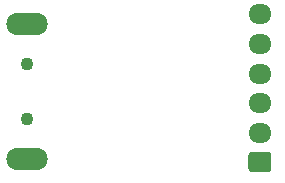
<source format=gbr>
%TF.GenerationSoftware,KiCad,Pcbnew,(5.1.9)-1*%
%TF.CreationDate,2021-05-16T18:44:34-04:00*%
%TF.ProjectId,esp_prog_v2,6573705f-7072-46f6-975f-76322e6b6963,rev?*%
%TF.SameCoordinates,Original*%
%TF.FileFunction,Soldermask,Bot*%
%TF.FilePolarity,Negative*%
%FSLAX46Y46*%
G04 Gerber Fmt 4.6, Leading zero omitted, Abs format (unit mm)*
G04 Created by KiCad (PCBNEW (5.1.9)-1) date 2021-05-16 18:44:34*
%MOMM*%
%LPD*%
G01*
G04 APERTURE LIST*
%ADD10O,3.500000X1.900000*%
%ADD11C,1.100000*%
%ADD12O,1.950000X1.700000*%
G04 APERTURE END LIST*
D10*
%TO.C,J1*%
X62230000Y-32116000D03*
X62230000Y-20716000D03*
D11*
X62230000Y-28716000D03*
X62230000Y-24116000D03*
%TD*%
%TO.C,J2*%
G36*
G01*
X82640000Y-33235000D02*
X81190000Y-33235000D01*
G75*
G02*
X80940000Y-32985000I0J250000D01*
G01*
X80940000Y-31785000D01*
G75*
G02*
X81190000Y-31535000I250000J0D01*
G01*
X82640000Y-31535000D01*
G75*
G02*
X82890000Y-31785000I0J-250000D01*
G01*
X82890000Y-32985000D01*
G75*
G02*
X82640000Y-33235000I-250000J0D01*
G01*
G37*
D12*
X81915000Y-29885000D03*
X81915000Y-27385000D03*
X81915000Y-24885000D03*
X81915000Y-22385000D03*
X81915000Y-19885000D03*
%TD*%
M02*

</source>
